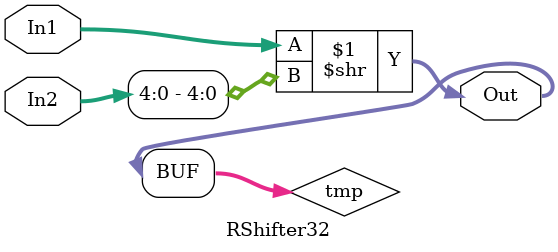
<source format=v>
`timescale 1ns / 1ps

module RShifter32 (
        input wire [31:0] In1,
        input wire [31:0] In2,
        output wire [31:0] Out
    );

    wire [31:0] tmp;

    assign tmp = In1 >> In2[4:0];
    assign Out = tmp;

endmodule

</source>
